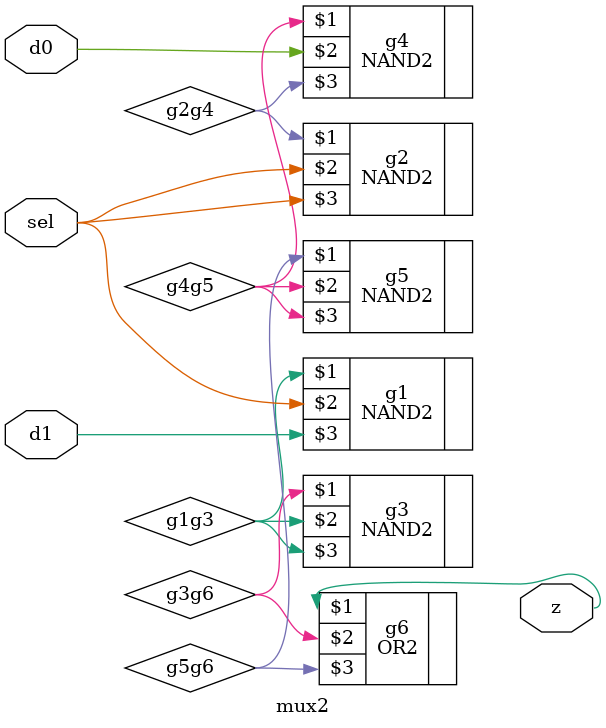
<source format=sv>
module mux2 (
    input logic d0,          // Data input 0
    input logic d1,          // Data input 1
    input logic sel,         // Select input
    output logic z           // Output
);

logic g1g3, g3g6, g2g4, g4g5, g5g6;

// Put your code here
// ------------------

NAND2 g1 (g1g3, sel, d1);
NAND2 g2 (g2g4, sel, sel);
NAND2 g3 (g3g6, g1g3, g1g3);
NAND2 g4 (g4g5, d0, g2g4);
NAND2 g5 (g5g6, g4g5, g4g5);
OR2 g6 (z, g3g6, g5g6);

// End of your code

endmodule

</source>
